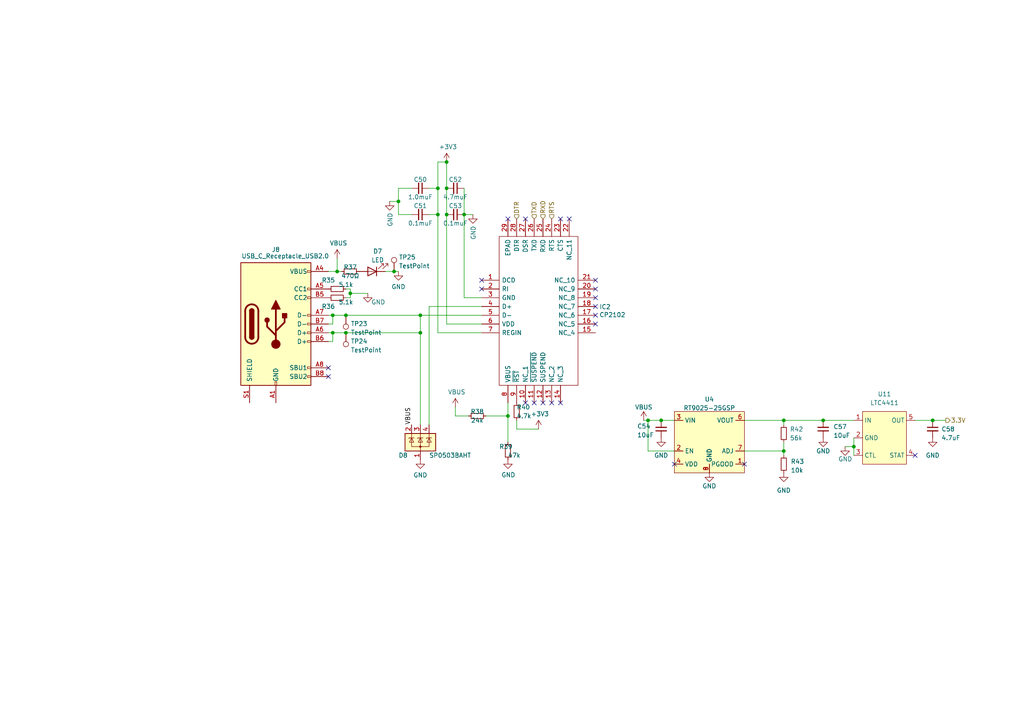
<source format=kicad_sch>
(kicad_sch (version 20211123) (generator eeschema)
  (paper "A4")
  (lib_symbols
    (symbol "Connector:TestPoint" (pin_numbers hide) (pin_names (offset 0.762) hide)
      (property "Reference" "TP" (at 0 6.858 0))
      (property "Value" "TestPoint" (at 0 5.08 0))
      (symbol "TestPoint_0_1"
        (circle (center 0 3.302) (radius 0.762))
      )
      (symbol "TestPoint_1_1"
        (pin passive line (at 0 0 90) (length 2.54) (name "1") (number "1"))
      )
    )
    (symbol "Connector:USB_C_Receptacle_USB2.0" (pin_names (offset 1.016))
      (property "Reference" "J" (at -10.16 19.05 0))
      (property "Value" "USB_C_Receptacle_USB2.0" (at 19.05 19.05 0))
      (symbol "USB_C_Receptacle_USB2.0_0_0"
        (rectangle (start -0.254 -17.78) (end 0.254 -16.764))
        (rectangle (start 10.16 -14.986) (end 9.144 -15.494))
        (rectangle (start 10.16 -12.446) (end 9.144 -12.954))
        (rectangle (start 10.16 -4.826) (end 9.144 -5.334))
        (rectangle (start 10.16 -2.286) (end 9.144 -2.794))
        (rectangle (start 10.16 0.254) (end 9.144 -0.254))
        (rectangle (start 10.16 2.794) (end 9.144 2.286))
        (rectangle (start 10.16 7.874) (end 9.144 7.366))
        (rectangle (start 10.16 10.414) (end 9.144 9.906))
        (rectangle (start 10.16 15.494) (end 9.144 14.986))
      )
      (symbol "USB_C_Receptacle_USB2.0_0_1"
        (rectangle (start -10.16 17.78) (end 10.16 -17.78) (stroke (width 0.254)) (fill (type background)))
        (arc (start -8.89 -3.81) (mid -6.985 -5.715) (end -5.08 -3.81) (stroke (width 0.508)))
        (arc (start -7.62 -3.81) (mid -6.985 -4.445) (end -6.35 -3.81) (stroke (width 0.254)))
        (arc (start -7.62 -3.81) (mid -6.985 -4.445) (end -6.35 -3.81) (stroke (width 0.254)) (fill (type outline)))
        (rectangle (start -7.62 -3.81) (end -6.35 3.81) (stroke (width 0.254)) (fill (type outline)))
        (arc (start -6.35 3.81) (mid -6.985 4.445) (end -7.62 3.81) (stroke (width 0.254)))
        (arc (start -6.35 3.81) (mid -6.985 4.445) (end -7.62 3.81) (stroke (width 0.254)) (fill (type outline)))
        (arc (start -5.08 3.81) (mid -6.985 5.715) (end -8.89 3.81) (stroke (width 0.508)))
        (circle (center -2.54 1.143) (radius 0.635) (stroke (width 0.254)) (fill (type outline)))
        (circle (center 0 -5.842) (radius 1.27) (fill (type outline)))
        (polyline (pts (xy -8.89 -3.81) (xy -8.89 3.81)) (stroke (width 0.508)))
        (polyline (pts (xy -5.08 3.81) (xy -5.08 -3.81)) (stroke (width 0.508)))
        (polyline (pts (xy 0 -5.842) (xy 0 4.318)) (stroke (width 0.508)))
        (polyline (pts (xy 0 -3.302) (xy -2.54 -0.762) (xy -2.54 0.508)) (stroke (width 0.508)))
        (polyline (pts (xy 0 -2.032) (xy 2.54 0.508) (xy 2.54 1.778)) (stroke (width 0.508)))
        (polyline (pts (xy -1.27 4.318) (xy 0 6.858) (xy 1.27 4.318) (xy -1.27 4.318)) (stroke (width 0.254)) (fill (type outline)))
        (rectangle (start 1.905 1.778) (end 3.175 3.048) (stroke (width 0.254)) (fill (type outline)))
      )
      (symbol "USB_C_Receptacle_USB2.0_1_1"
        (pin passive line (at 0 -22.86 90) (length 5.08) (name "GND") (number "A1"))
        (pin passive line (at 0 -22.86 90) (length 5.08) hide (name "GND") (number "A12"))
        (pin passive line (at 15.24 15.24 180) (length 5.08) (name "VBUS") (number "A4"))
        (pin bidirectional line (at 15.24 10.16 180) (length 5.08) (name "CC1") (number "A5"))
        (pin bidirectional line (at 15.24 -2.54 180) (length 5.08) (name "D+") (number "A6"))
        (pin bidirectional line (at 15.24 2.54 180) (length 5.08) (name "D-") (number "A7"))
        (pin bidirectional line (at 15.24 -12.7 180) (length 5.08) (name "SBU1") (number "A8"))
        (pin passive line (at 15.24 15.24 180) (length 5.08) hide (name "VBUS") (number "A9"))
        (pin passive line (at 0 -22.86 90) (length 5.08) hide (name "GND") (number "B1"))
        (pin passive line (at 0 -22.86 90) (length 5.08) hide (name "GND") (number "B12"))
        (pin passive line (at 15.24 15.24 180) (length 5.08) hide (name "VBUS") (number "B4"))
        (pin bidirectional line (at 15.24 7.62 180) (length 5.08) (name "CC2") (number "B5"))
        (pin bidirectional line (at 15.24 -5.08 180) (length 5.08) (name "D+") (number "B6"))
        (pin bidirectional line (at 15.24 0 180) (length 5.08) (name "D-") (number "B7"))
        (pin bidirectional line (at 15.24 -15.24 180) (length 5.08) (name "SBU2") (number "B8"))
        (pin passive line (at 15.24 15.24 180) (length 5.08) hide (name "VBUS") (number "B9"))
        (pin passive line (at -7.62 -22.86 90) (length 5.08) (name "SHIELD") (number "S1"))
      )
    )
    (symbol "Device:C_Small" (pin_numbers hide) (pin_names (offset 0.254) hide)
      (property "Reference" "C" (at 0.254 1.778 0))
      (property "Value" "C_Small" (at 0.254 -2.032 0))
      (symbol "C_Small_0_1"
        (polyline (pts (xy -1.524 -0.508) (xy 1.524 -0.508)) (stroke (width 0.3302)))
        (polyline (pts (xy -1.524 0.508) (xy 1.524 0.508)) (stroke (width 0.3048)))
      )
      (symbol "C_Small_1_1"
        (pin passive line (at 0 2.54 270) (length 2.032) (name "~") (number "1"))
        (pin passive line (at 0 -2.54 90) (length 2.032) (name "~") (number "2"))
      )
    )
    (symbol "Device:LED" (pin_numbers hide) (pin_names (offset 1.016) hide)
      (property "Reference" "D" (at 0 2.54 0))
      (property "Value" "LED" (at 0 -2.54 0))
      (symbol "LED_0_1"
        (polyline (pts (xy -1.27 -1.27) (xy -1.27 1.27)) (stroke (width 0.254)))
        (polyline (pts (xy -1.27 0) (xy 1.27 0)))
        (polyline (pts (xy 1.27 -1.27) (xy 1.27 1.27) (xy -1.27 0) (xy 1.27 -1.27)) (stroke (width 0.254)))
        (polyline (pts (xy -3.048 -0.762) (xy -4.572 -2.286) (xy -3.81 -2.286) (xy -4.572 -2.286) (xy -4.572 -1.524)))
        (polyline (pts (xy -1.778 -0.762) (xy -3.302 -2.286) (xy -2.54 -2.286) (xy -3.302 -2.286) (xy -3.302 -1.524)))
      )
      (symbol "LED_1_1"
        (pin passive line (at -3.81 0 0) (length 2.54) (name "K") (number "1"))
        (pin passive line (at 3.81 0 180) (length 2.54) (name "A") (number "2"))
      )
    )
    (symbol "Device:R_Small" (pin_numbers hide) (pin_names (offset 0.254) hide)
      (property "Reference" "R" (at 0.762 0.508 0))
      (property "Value" "R_Small" (at 0.762 -1.016 0))
      (symbol "R_Small_0_1"
        (rectangle (start -0.762 1.778) (end 0.762 -1.778) (stroke (width 0.2032)))
      )
      (symbol "R_Small_1_1"
        (pin passive line (at 0 2.54 270) (length 0.762) (name "~") (number "1"))
        (pin passive line (at 0 -2.54 90) (length 0.762) (name "~") (number "2"))
      )
    )
    (symbol "Power_Protection:SP0503BAHT" (pin_names hide)
      (property "Reference" "D" (at 5.715 2.54 0))
      (property "Value" "SP0503BAHT" (at 5.715 0.635 0))
      (symbol "SP0503BAHT_0_0"
        (pin passive line (at 0 -5.08 90) (length 2.54) (name "A") (number "1"))
      )
      (symbol "SP0503BAHT_0_1"
        (rectangle (start -4.445 2.54) (end 4.445 -2.54) (stroke (width 0.254)) (fill (type background)))
        (circle (center 0 -1.27) (radius 0.254) (fill (type outline)))
        (polyline (pts (xy -2.54 2.54) (xy -2.54 1.27)))
        (polyline (pts (xy 0 -1.27) (xy 0 -2.54)))
        (polyline (pts (xy 0 -1.27) (xy 0 1.27)))
        (polyline (pts (xy 0 2.54) (xy 0 1.27)))
        (polyline (pts (xy 0.635 1.27) (xy 0.762 1.27)))
        (polyline (pts (xy 2.54 2.54) (xy 2.54 1.27)))
        (polyline (pts (xy 0.635 1.27) (xy -0.762 1.27) (xy -0.762 1.016)))
        (polyline (pts (xy -3.302 1.016) (xy -3.302 1.27) (xy -1.905 1.27) (xy -1.778 1.27)))
        (polyline (pts (xy -2.54 1.27) (xy -2.54 -1.27) (xy 2.54 -1.27) (xy 2.54 1.27)))
        (polyline (pts (xy -2.54 1.27) (xy -1.905 0) (xy -3.175 0) (xy -2.54 1.27)))
        (polyline (pts (xy 0.635 0) (xy -0.635 0) (xy 0 1.27) (xy 0.635 0)))
        (polyline (pts (xy 1.778 1.016) (xy 1.778 1.27) (xy 3.175 1.27) (xy 3.302 1.27)))
        (polyline (pts (xy 2.54 1.27) (xy 1.905 0) (xy 3.175 0) (xy 2.54 1.27)))
      )
      (symbol "SP0503BAHT_1_1"
        (pin passive line (at -2.54 5.08 270) (length 2.54) (name "K") (number "2"))
        (pin passive line (at 0 5.08 270) (length 2.54) (name "K") (number "3"))
        (pin passive line (at 2.54 5.08 270) (length 2.54) (name "K") (number "4"))
      )
    )
    (symbol "iclr:CP2102" (pin_names (offset 0.762))
      (property "Reference" "IC" (at 29.21 17.78 0))
      (property "Value" "CP2102" (at 29.21 15.24 0))
      (symbol "CP2102_0_0"
        (pin passive line (at 0 0 0) (length 5.08) (name "DCD") (number "1"))
        (pin passive line (at 12.7 -35.56 90) (length 5.08) (name "NC_1") (number "10"))
        (pin passive line (at 15.24 -35.56 90) (length 5.08) (name "~{SUSPEND}") (number "11"))
        (pin passive line (at 17.78 -35.56 90) (length 5.08) (name "SUSPEND") (number "12"))
        (pin passive line (at 20.32 -35.56 90) (length 5.08) (name "NC_2") (number "13"))
        (pin passive line (at 22.86 -35.56 90) (length 5.08) (name "NC_3") (number "14"))
        (pin passive line (at 33.02 -15.24 180) (length 5.08) (name "NC_4") (number "15"))
        (pin passive line (at 33.02 -12.7 180) (length 5.08) (name "NC_5") (number "16"))
        (pin passive line (at 33.02 -10.16 180) (length 5.08) (name "NC_6") (number "17"))
        (pin passive line (at 33.02 -7.62 180) (length 5.08) (name "NC_7") (number "18"))
        (pin passive line (at 33.02 -5.08 180) (length 5.08) (name "NC_8") (number "19"))
        (pin passive line (at 0 -2.54 0) (length 5.08) (name "RI") (number "2"))
        (pin passive line (at 33.02 -2.54 180) (length 5.08) (name "NC_9") (number "20"))
        (pin passive line (at 33.02 0 180) (length 5.08) (name "NC_10") (number "21"))
        (pin passive line (at 25.4 17.78 270) (length 5.08) (name "NC_11") (number "22"))
        (pin passive line (at 22.86 17.78 270) (length 5.08) (name "CTS") (number "23"))
        (pin passive line (at 20.32 17.78 270) (length 5.08) (name "RTS") (number "24"))
        (pin passive line (at 17.78 17.78 270) (length 5.08) (name "RXD") (number "25"))
        (pin passive line (at 15.24 17.78 270) (length 5.08) (name "TXD") (number "26"))
        (pin passive line (at 12.7 17.78 270) (length 5.08) (name "DSR") (number "27"))
        (pin passive line (at 10.16 17.78 270) (length 5.08) (name "DTR") (number "28"))
        (pin passive line (at 7.62 17.78 270) (length 5.08) (name "EPAD") (number "29"))
        (pin passive line (at 0 -5.08 0) (length 5.08) (name "GND") (number "3"))
        (pin passive line (at 0 -7.62 0) (length 5.08) (name "D+") (number "4"))
        (pin passive line (at 0 -10.16 0) (length 5.08) (name "D-") (number "5"))
        (pin passive line (at 0 -12.7 0) (length 5.08) (name "VDD") (number "6"))
        (pin passive line (at 0 -15.24 0) (length 5.08) (name "REGIN") (number "7"))
        (pin passive line (at 7.62 -35.56 90) (length 5.08) (name "VBUS") (number "8"))
        (pin passive line (at 10.16 -35.56 90) (length 5.08) (name "~{RST}") (number "9"))
      )
      (symbol "CP2102_0_1"
        (polyline (pts (xy 5.08 12.7) (xy 27.94 12.7) (xy 27.94 -30.48) (xy 5.08 -30.48) (xy 5.08 12.7)) (stroke (width 0.1524)))
      )
    )
    (symbol "iclr:LTC4411"
      (property "Reference" "U" (at 0 1.27 0))
      (property "Value" "LTC4411" (at 0 -1.27 0))
      (symbol "LTC4411_0_1"
        (rectangle (start -6.35 -2.54) (end 6.35 -17.78) (fill (type background)))
      )
      (symbol "LTC4411_1_1"
        (pin power_in line (at -8.89 -5.08 0) (length 2.54) (name "IN") (number "1"))
        (pin output line (at -8.89 -10.16 0) (length 2.54) (name "GND") (number "2"))
        (pin input line (at -8.89 -15.24 0) (length 2.54) (name "CTL") (number "3"))
        (pin input line (at 8.89 -15.24 180) (length 2.54) (name "STAT") (number "4"))
        (pin power_out line (at 8.89 -5.08 180) (length 2.54) (name "OUT") (number "5"))
      )
    )
    (symbol "iclr:RT9025-25GSP"
      (property "Reference" "U6" (at 0 4.8428 0))
      (property "Value" "RT9025-25GSP" (at 0 2.3059 0))
      (symbol "RT9025-25GSP_1_1"
        (rectangle (start -10.16 1.27) (end 10.16 -16.51) (fill (type background)))
        (pin output line (at 10.16 -13.97 180) (length 2.54) (name "PGOOD") (number "1"))
        (pin input line (at -10.16 -10.16 0) (length 2.54) (name "EN") (number "2"))
        (pin input line (at -10.16 -1.27 0) (length 2.54) (name "VIN") (number "3"))
        (pin input line (at -10.16 -13.97 0) (length 2.54) (name "VDD") (number "4"))
        (pin output line (at 10.16 -1.27 180) (length 2.54) (name "VOUT") (number "6"))
        (pin input line (at 10.16 -10.16 180) (length 2.54) (name "ADJ") (number "7"))
        (pin input line (at 0 -16.51 90) (length 2.54) (name "GND") (number "8"))
        (pin input line (at 0 -16.51 90) (length 2.54) (name "GND") (number "9"))
      )
    )
    (symbol "power:+3.3V" (power) (pin_names (offset 0))
      (property "Value" "+3.3V" (at 0 3.556 0))
      (symbol "+3.3V_0_1"
        (polyline (pts (xy -0.762 1.27) (xy 0 2.54)))
        (polyline (pts (xy 0 0) (xy 0 2.54)))
        (polyline (pts (xy 0 2.54) (xy 0.762 1.27)))
      )
      (symbol "+3.3V_1_1"
        (pin power_in line (at 0 0 90) (length 0) hide (name "+3V3") (number "1"))
      )
    )
    (symbol "power:GND" (power) (pin_names (offset 0))
      (property "Value" "GND" (at 0 -3.81 0))
      (symbol "GND_0_1"
        (polyline (pts (xy 0 0) (xy 0 -1.27) (xy 1.27 -1.27) (xy 0 -2.54) (xy -1.27 -1.27) (xy 0 -1.27)))
      )
      (symbol "GND_1_1"
        (pin power_in line (at 0 0 270) (length 0) hide (name "GND") (number "1"))
      )
    )
    (symbol "power:VBUS" (power) (pin_names (offset 0))
      (property "Value" "VBUS" (at 0 3.81 0))
      (symbol "VBUS_0_1"
        (polyline (pts (xy -0.762 1.27) (xy 0 2.54)))
        (polyline (pts (xy 0 0) (xy 0 2.54)))
        (polyline (pts (xy 0 2.54) (xy 0.762 1.27)))
      )
      (symbol "VBUS_1_1"
        (pin power_in line (at 0 0 90) (length 0) hide (name "VBUS") (number "1"))
      )
    )
  )
  (junction (at 247.65 129.54))
  (junction (at 129.54 62.23))
  (junction (at 147.32 120.65))
  (junction (at 96.52 91.44))
  (junction (at 100.33 91.44))
  (junction (at 115.57 58.42))
  (junction (at 114.3 78.74))
  (junction (at 270.51 121.92))
  (junction (at 227.33 130.81))
  (junction (at 96.52 96.52))
  (junction (at 100.33 96.52))
  (junction (at 191.77 121.92))
  (junction (at 238.76 121.92))
  (junction (at 127 54.61))
  (junction (at 121.92 96.52))
  (junction (at 134.62 62.23))
  (junction (at 127 62.23))
  (junction (at 97.79 78.74))
  (junction (at 101.6 85.09))
  (junction (at 121.92 91.44))
  (junction (at 187.96 121.92))
  (junction (at 129.54 54.61))
  (junction (at 129.54 46.99))
  (junction (at 227.33 121.92))
  (no_connect (at 172.72 81.28))
  (no_connect (at 139.7 81.28))
  (no_connect (at 154.94 116.84))
  (no_connect (at 139.7 83.82))
  (no_connect (at 95.25 109.22))
  (no_connect (at 172.72 83.82))
  (no_connect (at 162.56 116.84))
  (no_connect (at 172.72 91.44))
  (no_connect (at 265.43 132.08))
  (no_connect (at 165.1 63.5))
  (no_connect (at 172.72 86.36))
  (no_connect (at 152.4 63.5))
  (no_connect (at 147.32 63.5))
  (no_connect (at 95.25 106.68))
  (no_connect (at 215.9 134.62))
  (no_connect (at 162.56 63.5))
  (no_connect (at 172.72 88.9))
  (no_connect (at 157.48 116.84))
  (no_connect (at 160.02 116.84))
  (no_connect (at 195.58 134.62))
  (no_connect (at 152.4 116.84))
  (no_connect (at 172.72 93.98))
  (wire (pts (xy 114.3 78.74) (xy 115.57 78.74)))
  (wire (pts (xy 238.76 121.92) (xy 247.65 121.92)))
  (wire (pts (xy 96.52 91.44) (xy 96.52 93.98)))
  (wire (pts (xy 100.33 96.52) (xy 121.92 96.52)))
  (wire (pts (xy 270.51 121.92) (xy 274.32 121.92)))
  (wire (pts (xy 127 62.23) (xy 127 54.61)))
  (wire (pts (xy 187.96 130.81) (xy 195.58 130.81)))
  (wire (pts (xy 265.43 121.92) (xy 270.51 121.92)))
  (wire (pts (xy 111.76 78.74) (xy 114.3 78.74)))
  (wire (pts (xy 191.77 121.92) (xy 195.58 121.92)))
  (wire (pts (xy 227.33 130.81) (xy 227.33 132.08)))
  (wire (pts (xy 101.6 83.82) (xy 101.6 85.09)))
  (wire (pts (xy 127 54.61) (xy 127 46.99)))
  (wire (pts (xy 139.7 96.52) (xy 127 96.52)))
  (wire (pts (xy 97.79 78.74) (xy 95.25 78.74)))
  (wire (pts (xy 127 46.99) (xy 129.54 46.99)))
  (wire (pts (xy 100.33 83.82) (xy 101.6 83.82)))
  (wire (pts (xy 245.11 129.54) (xy 247.65 129.54)))
  (wire (pts (xy 186.69 121.92) (xy 187.96 121.92)))
  (wire (pts (xy 101.6 85.09) (xy 106.68 85.09)))
  (wire (pts (xy 247.65 127) (xy 247.65 129.54)))
  (wire (pts (xy 139.7 93.98) (xy 129.54 93.98)))
  (wire (pts (xy 137.16 62.23) (xy 134.62 62.23)))
  (wire (pts (xy 187.96 121.92) (xy 191.77 121.92)))
  (wire (pts (xy 115.57 62.23) (xy 119.38 62.23)))
  (wire (pts (xy 132.08 120.65) (xy 135.89 120.65)))
  (wire (pts (xy 134.62 62.23) (xy 134.62 86.36)))
  (wire (pts (xy 227.33 121.92) (xy 227.33 123.19)))
  (wire (pts (xy 215.9 130.81) (xy 227.33 130.81)))
  (wire (pts (xy 124.46 88.9) (xy 139.7 88.9)))
  (wire (pts (xy 134.62 54.61) (xy 134.62 62.23)))
  (wire (pts (xy 121.92 96.52) (xy 121.92 123.19)))
  (wire (pts (xy 227.33 128.27) (xy 227.33 130.81)))
  (wire (pts (xy 119.38 54.61) (xy 115.57 54.61)))
  (wire (pts (xy 134.62 86.36) (xy 139.7 86.36)))
  (wire (pts (xy 96.52 96.52) (xy 100.33 96.52)))
  (wire (pts (xy 96.52 96.52) (xy 96.52 99.06)))
  (wire (pts (xy 187.96 121.92) (xy 187.96 130.81)))
  (wire (pts (xy 147.32 120.65) (xy 147.32 128.27)))
  (wire (pts (xy 101.6 86.36) (xy 100.33 86.36)))
  (wire (pts (xy 129.54 93.98) (xy 129.54 62.23)))
  (wire (pts (xy 227.33 121.92) (xy 238.76 121.92)))
  (wire (pts (xy 127 54.61) (xy 124.46 54.61)))
  (wire (pts (xy 127 96.52) (xy 127 62.23)))
  (wire (pts (xy 97.79 78.74) (xy 99.06 78.74)))
  (wire (pts (xy 96.52 93.98) (xy 95.25 93.98)))
  (wire (pts (xy 100.33 91.44) (xy 121.92 91.44)))
  (wire (pts (xy 129.54 62.23) (xy 129.54 54.61)))
  (wire (pts (xy 215.9 121.92) (xy 227.33 121.92)))
  (wire (pts (xy 124.46 88.9) (xy 124.46 123.19)))
  (wire (pts (xy 140.97 120.65) (xy 147.32 120.65)))
  (wire (pts (xy 132.08 120.65) (xy 132.08 118.11)))
  (wire (pts (xy 247.65 129.54) (xy 247.65 132.08)))
  (wire (pts (xy 149.86 124.46) (xy 156.21 124.46)))
  (wire (pts (xy 96.52 91.44) (xy 100.33 91.44)))
  (wire (pts (xy 121.92 91.44) (xy 121.92 96.52)))
  (wire (pts (xy 129.54 46.99) (xy 129.54 54.61)))
  (wire (pts (xy 95.25 96.52) (xy 96.52 96.52)))
  (wire (pts (xy 121.92 91.44) (xy 139.7 91.44)))
  (wire (pts (xy 115.57 58.42) (xy 115.57 62.23)))
  (wire (pts (xy 149.86 121.92) (xy 149.86 124.46)))
  (wire (pts (xy 97.79 74.93) (xy 97.79 78.74)))
  (wire (pts (xy 115.57 54.61) (xy 115.57 58.42)))
  (wire (pts (xy 96.52 99.06) (xy 95.25 99.06)))
  (wire (pts (xy 101.6 85.09) (xy 101.6 86.36)))
  (wire (pts (xy 147.32 120.65) (xy 147.32 116.84)))
  (wire (pts (xy 115.57 58.42) (xy 113.03 58.42)))
  (wire (pts (xy 127 62.23) (xy 124.46 62.23)))
  (wire (pts (xy 95.25 91.44) (xy 96.52 91.44)))
  (label "VBUS" (at 119.38 123.19 90))
  (hierarchical_label "3.3V" (shape output) (at 274.32 121.92 0))
  (hierarchical_label "DTR" (shape input) (at 149.86 63.5 90))
  (hierarchical_label "RXD" (shape input) (at 157.48 63.5 90))
  (hierarchical_label "RTS" (shape input) (at 160.02 63.5 90))
  (hierarchical_label "TXD" (shape input) (at 154.94 63.5 90))
  (symbol (lib_id "power:GND") (at 227.33 137.16 0) (unit 1)
    (property "Reference" "#PWR0163" (effects hide))
    (property "Value" "GND" (at 227.33 142.24 0))
  )
  (symbol (lib_id "Device:C_Small") (at 191.77 124.46 180) (unit 1)
    (property "Reference" "C54" (at 184.8011 123.6411 0) (effects (justify right)))
    (property "Value" "10uF" (at 184.8011 126.1811 0) (effects (justify right)))
    (property "Footprint" "Capacitor_SMD:C_0805_2012Metric" (effects hide))
  )
  (symbol (lib_id "power:GND") (at 191.77 127 0) (unit 1)
    (property "Reference" "#PWR0170" (effects hide))
    (property "Value" "GND" (at 191.77 132.08 0))
  )
  (symbol (lib_id "iclr:RT9025-25GSP") (at 205.74 120.65 0) (unit 1)
    (property "Reference" "U4" (at 205.74 115.8072 0))
    (property "Value" "RT9025-25GSP" (at 205.74 118.3441 0))
    (property "Footprint" "iclr:SOIC127P599X175-9N" (effects hide))
  )
  (symbol (lib_id "Device:C_Small") (at 270.51 124.46 0) (unit 1)
    (property "Reference" "C58" (at 273.05 124.46 0) (effects (justify left)))
    (property "Value" "4.7uF" (at 273.05 127 0) (effects (justify left)))
    (property "Footprint" "Capacitor_SMD:C_0603_1608Metric" (effects hide))
  )
  (symbol (lib_id "Device:R_Small") (at 227.33 134.62 0) (unit 1)
    (property "Reference" "R43" (at 229.344 133.8697 0) (effects (justify left)))
    (property "Value" "10k" (at 229.344 136.4097 0) (effects (justify left)))
    (property "Footprint" "Resistor_SMD:R_0603_1608Metric" (effects hide))
  )
  (symbol (lib_id "Device:LED") (at 107.95 78.74 180) (unit 1)
    (property "Reference" "D7" (at 109.5375 72.8812 0))
    (property "Value" "LED" (at 109.5375 75.4181 0))
    (property "Footprint" "LED_SMD:LED_0603_1608Metric" (effects hide))
  )
  (symbol (lib_id "power:GND") (at 115.57 78.74 0) (unit 1)
    (property "Reference" "#PWR0160" (effects hide))
    (property "Value" "GND" (at 115.57 83.1834 0))
  )
  (symbol (lib_id "Connector:TestPoint") (at 100.33 91.44 180) (unit 1)
    (property "Reference" "TP23" (at 101.727 93.9073 0) (effects (justify right)))
    (property "Value" "TestPoint" (at 101.727 96.4442 0) (effects (justify right)))
    (property "Footprint" "TestPoint:TestPoint_Pad_D1.0mm" (effects hide))
  )
  (symbol (lib_id "Device:C_Small") (at 121.92 54.61 270) (unit 1)
    (property "Reference" "C50" (at 121.92 52.07 90))
    (property "Value" "1.0muF" (at 121.92 57.15 90))
    (property "Footprint" "Capacitor_SMD:C_0603_1608Metric" (effects hide))
  )
  (symbol (lib_id "power:VBUS") (at 132.08 118.11 0) (unit 1)
    (property "Reference" "#PWR0175" (effects hide))
    (property "Value" "VBUS" (at 132.461 113.7158 0))
  )
  (symbol (lib_id "power:GND") (at 113.03 58.42 0) (unit 1)
    (property "Reference" "#PWR0167" (effects hide))
    (property "Value" "GND" (at 113.157 61.6712 90) (effects (justify right)))
  )
  (symbol (lib_id "power:GND") (at 137.16 62.23 0) (unit 1)
    (property "Reference" "#PWR0165" (effects hide))
    (property "Value" "GND" (at 137.287 65.4812 90) (effects (justify right)))
  )
  (symbol (lib_id "power:VBUS") (at 186.69 121.92 0) (unit 1)
    (property "Reference" "#PWR0168" (effects hide))
    (property "Value" "VBUS" (at 184.15 118.11 0) (effects (justify left)))
  )
  (symbol (lib_id "Device:R_Small") (at 147.32 130.81 180) (unit 1)
    (property "Reference" "R39" (at 144.78 129.54 0) (effects (justify right)))
    (property "Value" "47k" (at 147.32 132.08 0) (effects (justify right)))
    (property "Footprint" "Resistor_SMD:R_0603_1608Metric" (effects hide))
  )
  (symbol (lib_id "Device:C_Small") (at 132.08 62.23 270) (unit 1)
    (property "Reference" "C53" (at 132.08 59.69 90))
    (property "Value" "0.1muF" (at 132.08 64.77 90))
    (property "Footprint" "Capacitor_SMD:C_0603_1608Metric" (effects hide))
  )
  (symbol (lib_id "power:GND") (at 238.76 127 0) (unit 1)
    (property "Reference" "#PWR0161" (effects hide))
    (property "Value" "GND" (at 238.76 130.81 0))
  )
  (symbol (lib_id "power:GND") (at 106.68 85.09 0) (unit 1)
    (property "Reference" "#PWR0158" (effects hide))
    (property "Value" "GND" (at 111.76 87.63 0) (effects (justify right)))
  )
  (symbol (lib_id "power:+3.3V") (at 156.21 124.46 0) (unit 1)
    (property "Reference" "#PWR0169" (effects hide))
    (property "Value" "+3.3V" (at 156.591 120.0658 0))
  )
  (symbol (lib_id "Device:C_Small") (at 121.92 62.23 270) (unit 1)
    (property "Reference" "C51" (at 121.92 59.69 90))
    (property "Value" "0.1muF" (at 121.92 64.77 90))
    (property "Footprint" "Capacitor_SMD:C_0603_1608Metric" (effects hide))
  )
  (symbol (lib_id "Device:C_Small") (at 132.08 54.61 270) (unit 1)
    (property "Reference" "C52" (at 132.08 52.07 90))
    (property "Value" "4.7muF" (at 132.08 57.15 90))
    (property "Footprint" "Capacitor_SMD:C_0603_1608Metric" (effects hide))
  )
  (symbol (lib_id "power:GND") (at 270.51 127 0) (unit 1)
    (property "Reference" "#PWR0162" (effects hide))
    (property "Value" "GND" (at 270.51 132.08 0))
  )
  (symbol (lib_id "Device:R_Small") (at 138.43 120.65 90) (unit 1)
    (property "Reference" "R38" (at 138.43 119.38 90))
    (property "Value" "24k" (at 138.43 121.92 90))
    (property "Footprint" "Resistor_SMD:R_0603_1608Metric" (effects hide))
  )
  (symbol (lib_id "Device:R_Small") (at 101.6 78.74 90) (unit 1)
    (property "Reference" "R37" (at 101.6 77.47 90))
    (property "Value" "470Ω" (at 101.6 80.01 90))
    (property "Footprint" "Resistor_SMD:R_0603_1608Metric" (effects hide))
  )
  (symbol (lib_id "power:VBUS") (at 97.79 74.93 0) (unit 1)
    (property "Reference" "#PWR0159" (effects hide))
    (property "Value" "VBUS" (at 98.171 70.5358 0))
  )
  (symbol (lib_id "iclr:LTC4411") (at 256.54 116.84 0) (unit 1)
    (property "Reference" "U11" (at 256.54 114.3 0))
    (property "Value" "LTC4411" (at 256.54 116.84 0))
    (property "Footprint" "Package_TO_SOT_SMD:SOT-23-5" (effects hide))
  )
  (symbol (lib_id "Device:C_Small") (at 238.76 124.46 180) (unit 1)
    (property "Reference" "C57" (at 241.7183 123.7654 0) (effects (justify right)))
    (property "Value" "10uF" (at 241.7183 126.3054 0) (effects (justify right)))
    (property "Footprint" "Capacitor_SMD:C_0805_2012Metric" (effects hide))
  )
  (symbol (lib_id "power:GND") (at 147.32 133.35 0) (unit 1)
    (property "Reference" "#PWR0171" (effects hide))
    (property "Value" "GND" (at 147.447 137.7442 0))
  )
  (symbol (lib_id "power:GND") (at 245.11 129.54 0) (unit 1)
    (property "Reference" "#PWR0164" (effects hide))
    (property "Value" "GND" (at 243.1083 133.1433 0) (effects (justify left)))
  )
  (symbol (lib_id "Device:R_Small") (at 227.33 125.73 0) (unit 1)
    (property "Reference" "R42" (at 229.0867 124.5005 0) (effects (justify left)))
    (property "Value" "56k" (at 229.0867 127.0405 0) (effects (justify left)))
    (property "Footprint" "Resistor_SMD:R_0603_1608Metric" (effects hide))
  )
  (symbol (lib_id "Device:R_Small") (at 97.79 83.82 270) (unit 1)
    (property "Reference" "R35" (at 95.25 81.28 90))
    (property "Value" "5.1k" (at 100.33 82.55 90))
    (property "Footprint" "Resistor_SMD:R_0603_1608Metric" (effects hide))
  )
  (symbol (lib_id "Power_Protection:SP0503BAHT") (at 121.92 128.27 0) (unit 1)
    (property "Reference" "D8" (at 115.57 132.08 0) (effects (justify left)))
    (property "Value" "SP0503BAHT" (at 124.46 132.08 0) (effects (justify left)))
    (property "Footprint" "Package_TO_SOT_SMD:SOT-143" (effects hide))
    (property "Datasheet" "http://www.littelfuse.com/~/media/files/littelfuse/technical%20resources/documents/data%20sheets/sp05xxba.pdf" (effects hide))
  )
  (symbol (lib_id "iclr:CP2102") (at 139.7 81.28 0) (unit 1)
    (property "Reference" "IC2" (at 173.8376 89.0016 0) (effects (justify left)))
    (property "Value" "CP2102" (at 173.8376 91.313 0) (effects (justify left)))
    (property "Footprint" "iclr:QFN28G_0.5-5X5MM" (effects hide))
    (property "Datasheet" "https://componentsearchengine.com/Datasheets/1/CP2102.pdf" (effects hide))
    (property "Description" "USB Interface IC" (effects hide))
    (property "Height" "1" (effects hide))
    (property "Manufacturer_Name" "Silicon Labs" (effects hide))
    (property "Manufacturer_Part_Number" "CP2102" (effects hide))
    (property "Mouser Part Number" "634-CP2102" (effects hide))
    (property "Mouser Price/Stock" "https://www.mouser.co.uk/ProductDetail/Silicon-Labs/CP2102?qs=ucY0lxHzU7615lOm95XT0w%3D%3D" (effects hide))
  )
  (symbol (lib_id "power:GND") (at 205.74 137.16 0) (unit 1)
    (property "Reference" "#PWR0174" (effects hide))
    (property "Value" "GND" (at 205.74 140.97 0))
  )
  (symbol (lib_id "power:+3.3V") (at 129.54 46.99 0) (unit 1)
    (property "Reference" "#PWR0166" (effects hide))
    (property "Value" "+3.3V" (at 129.921 42.5958 0))
  )
  (symbol (lib_id "Device:R_Small") (at 97.79 86.36 270) (unit 1)
    (property "Reference" "R36" (at 95.25 88.9 90))
    (property "Value" "5.1k" (at 100.33 87.63 90))
    (property "Footprint" "Resistor_SMD:R_0603_1608Metric" (effects hide))
  )
  (symbol (lib_id "Connector:USB_C_Receptacle_USB2.0") (at 80.01 93.98 0) (unit 1)
    (property "Reference" "J8" (at 80.01 72.39 0))
    (property "Value" "USB_C_Receptacle_USB2.0" (at 82.7278 74.2696 0))
    (property "Footprint" "Connector_USB:USB_C_Receptacle_GCT_USB4085" (effects hide))
    (property "Datasheet" "https://www.usb.org/sites/default/files/documents/usb_type-c.zip" (effects hide))
  )
  (symbol (lib_id "Connector:TestPoint") (at 114.3 78.74 0) (unit 1)
    (property "Reference" "TP25" (at 115.697 74.6033 0) (effects (justify left)))
    (property "Value" "TestPoint" (at 115.697 77.1402 0) (effects (justify left)))
    (property "Footprint" "TestPoint:TestPoint_Pad_D1.0mm" (effects hide))
  )
  (symbol (lib_id "Connector:TestPoint") (at 100.33 96.52 180) (unit 1)
    (property "Reference" "TP24" (at 101.727 98.9873 0) (effects (justify right)))
    (property "Value" "TestPoint" (at 101.727 101.5242 0) (effects (justify right)))
    (property "Footprint" "TestPoint:TestPoint_Pad_D1.0mm" (effects hide))
  )
  (symbol (lib_id "Device:R_Small") (at 149.86 119.38 180) (unit 1)
    (property "Reference" "R40" (at 149.86 118.11 0) (effects (justify right)))
    (property "Value" "4.7k" (at 149.86 120.65 0) (effects (justify right)))
    (property "Footprint" "Resistor_SMD:R_0603_1608Metric" (effects hide))
  )
  (symbol (lib_id "power:GND") (at 121.92 133.35 0) (unit 1)
    (property "Reference" "#PWR0176" (effects hide))
    (property "Value" "GND" (at 121.92 137.7934 0))
  )
)
</source>
